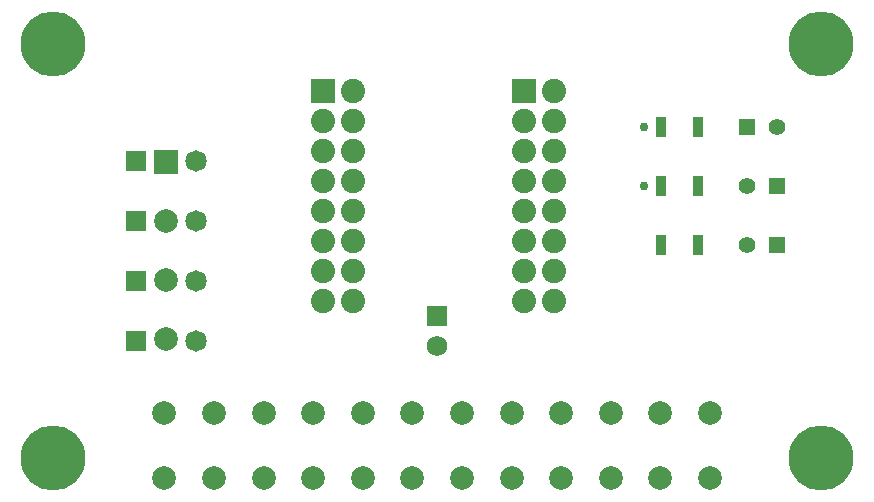
<source format=gts>
%FSLAX33Y33*%
%MOMM*%
%AMRect-W1400000-H1400000-RO1.000*
21,1,1.4,1.4,0.,0.,180*%
%ADD10C,0.762*%
%ADD11R,2.049999X2.049999*%
%ADD12C,2.049999*%
%ADD13R,2.X2.*%
%ADD14C,2.*%
%ADD15C,5.5*%
%ADD16R,0.82071X1.67071*%
%ADD17R,1.4X1.4*%
%ADD18C,1.4*%
%ADD19R,1.82X1.82*%
%ADD20C,1.82*%
%ADD21C,1.4*%
%ADD22Rect-W1400000-H1400000-RO1.000*%
%ADD23R,1.75X1.75*%
%ADD24C,1.75*%
D10*
%LNtop solder mask_traces*%
G01*
X54992Y28000D03*
X54992Y33000D03*
%LNtop solder mask component 41c15735770252ef*%
D11*
X27820Y35997D03*
D12*
X27820Y33457D03*
X27820Y30917D03*
X27820Y28377D03*
X27820Y25837D03*
X27820Y23297D03*
X27820Y20757D03*
X27820Y18217D03*
X30360Y35997D03*
X30360Y33457D03*
X30360Y30917D03*
X30360Y28377D03*
X30360Y25837D03*
X30360Y23297D03*
X30360Y20757D03*
X30360Y18217D03*
%LNtop solder mask component 8aa9dbe17b2694dd*%
D13*
X14500Y30000D03*
D14*
X14500Y25000D03*
X14500Y20000D03*
X14500Y15000D03*
%LNtop solder mask component f3f5b781052c70a8*%
D15*
X70000Y40000D03*
%LNtop solder mask component f58287f33a8996b4*%
D16*
X56425Y28000D03*
X59575Y28000D03*
%LNtop solder mask component 6e477e811df8e32e*%
D15*
X70000Y5000D03*
%LNtop solder mask component fee21472fa440ebf*%
D17*
X63730Y33000D03*
D18*
X66270Y33000D03*
%LNtop solder mask component bb9cf510df5bd2f2*%
D11*
X44820Y35997D03*
D12*
X44820Y33457D03*
X44820Y30917D03*
X44820Y28377D03*
X44820Y25837D03*
X44820Y23297D03*
X44820Y20757D03*
X44820Y18217D03*
X47360Y35997D03*
X47360Y33457D03*
X47360Y30917D03*
X47360Y28377D03*
X47360Y25837D03*
X47360Y23297D03*
X47360Y20757D03*
X47360Y18217D03*
%LNtop solder mask component 781a32ea49690d2f*%
D14*
X14400Y8750D03*
X18600Y8750D03*
X22800Y8750D03*
X27000Y8750D03*
X31200Y8750D03*
X35400Y8750D03*
X39600Y8750D03*
X43800Y8750D03*
X48000Y8750D03*
X52200Y8750D03*
X56400Y8750D03*
X60600Y8750D03*
X14400Y3250D03*
X18600Y3250D03*
X22800Y3250D03*
X27000Y3250D03*
X31200Y3250D03*
X35400Y3250D03*
X39600Y3250D03*
X43800Y3250D03*
X48000Y3250D03*
X52200Y3250D03*
X56400Y3250D03*
X60600Y3250D03*
%LNtop solder mask component 0af2d2f02e1cb27f*%
D16*
X56425Y33000D03*
X59575Y33000D03*
%LNtop solder mask component 6cc8a17c2220d495*%
D19*
X11960Y14880D03*
D20*
X17040Y14880D03*
%LNtop solder mask component 8065518f3e85c1ab*%
D19*
X11960Y25040D03*
D20*
X17040Y25040D03*
%LNtop solder mask component 3690b7dfef4cbc9b*%
D19*
X11960Y19960D03*
D20*
X17040Y19960D03*
%LNtop solder mask component 697b93ea490e0695*%
D21*
X63730Y28000D03*
D22*
X66270Y28000D03*
%LNtop solder mask component 10c16d8175be8e60*%
D15*
X5000Y5000D03*
%LNtop solder mask component 761dbd4768bded8a*%
D21*
X63730Y23000D03*
D22*
X66270Y23000D03*
%LNtop solder mask component b5b3b87ae0d53d4d*%
D15*
X5000Y40000D03*
%LNtop solder mask component d92ab5807f37edc5*%
D19*
X11960Y30120D03*
D20*
X17040Y30120D03*
%LNtop solder mask component 2b46bd6407843b15*%
D16*
X56425Y23000D03*
X59575Y23000D03*
%LNtop solder mask component 4dc3ec6c5fda06a0*%
D23*
X37500Y16987D03*
D24*
X37500Y14447D03*
M02*
</source>
